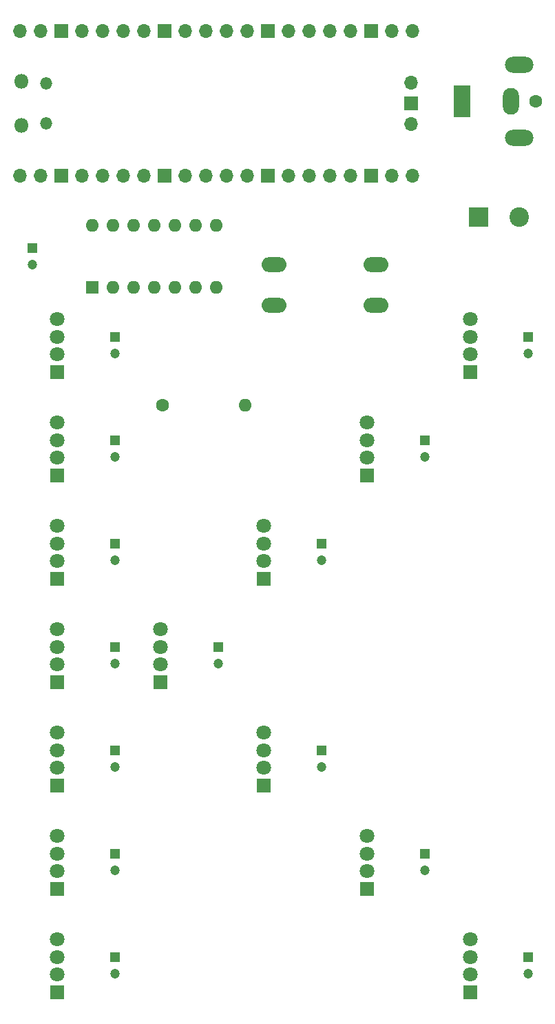
<source format=gbr>
%TF.GenerationSoftware,KiCad,Pcbnew,(5.1.9)-1*%
%TF.CreationDate,2021-02-28T12:15:39-08:00*%
%TF.ProjectId,namebadge,6e616d65-6261-4646-9765-2e6b69636164,v0.1*%
%TF.SameCoordinates,Original*%
%TF.FileFunction,Soldermask,Bot*%
%TF.FilePolarity,Negative*%
%FSLAX46Y46*%
G04 Gerber Fmt 4.6, Leading zero omitted, Abs format (unit mm)*
G04 Created by KiCad (PCBNEW (5.1.9)-1) date 2021-02-28 12:15:39*
%MOMM*%
%LPD*%
G01*
G04 APERTURE LIST*
%ADD10O,3.048000X1.850000*%
%ADD11O,1.600000X1.600000*%
%ADD12C,1.600000*%
%ADD13O,1.700000X1.700000*%
%ADD14R,1.700000X1.700000*%
%ADD15O,1.500000X1.500000*%
%ADD16O,1.800000X1.800000*%
%ADD17R,1.800000X1.800000*%
%ADD18C,1.800000*%
%ADD19C,1.200000*%
%ADD20R,1.200000X1.200000*%
%ADD21R,1.600000X1.600000*%
%ADD22O,3.500000X2.000000*%
%ADD23O,2.000000X3.300000*%
%ADD24R,2.000000X4.000000*%
%ADD25R,2.400000X2.400000*%
%ADD26C,2.400000*%
G04 APERTURE END LIST*
D10*
%TO.C,SW1*%
X69650000Y-52832000D03*
X69650000Y-57832000D03*
X57150000Y-52832000D03*
X57150000Y-57832000D03*
%TD*%
D11*
%TO.C,R1*%
X53594000Y-70104000D03*
D12*
X43434000Y-70104000D03*
%TD*%
D13*
%TO.C,U1*%
X73938000Y-30480000D03*
D14*
X73938000Y-33020000D03*
D13*
X73938000Y-35560000D03*
D15*
X29068000Y-30595000D03*
X29068000Y-35445000D03*
D16*
X26038000Y-30295000D03*
X26038000Y-35745000D03*
D13*
X25908000Y-24130000D03*
X28448000Y-24130000D03*
D14*
X30988000Y-24130000D03*
D13*
X33528000Y-24130000D03*
X36068000Y-24130000D03*
X38608000Y-24130000D03*
X41148000Y-24130000D03*
D14*
X43688000Y-24130000D03*
D13*
X46228000Y-24130000D03*
X48768000Y-24130000D03*
X51308000Y-24130000D03*
X53848000Y-24130000D03*
D14*
X56388000Y-24130000D03*
D13*
X58928000Y-24130000D03*
X61468000Y-24130000D03*
X64008000Y-24130000D03*
X66548000Y-24130000D03*
D14*
X69088000Y-24130000D03*
D13*
X71628000Y-24130000D03*
X74168000Y-24130000D03*
X74168000Y-41910000D03*
X71628000Y-41910000D03*
D14*
X69088000Y-41910000D03*
D13*
X66548000Y-41910000D03*
X64008000Y-41910000D03*
X61468000Y-41910000D03*
X58928000Y-41910000D03*
D14*
X56388000Y-41910000D03*
D13*
X53848000Y-41910000D03*
X51308000Y-41910000D03*
X48768000Y-41910000D03*
X46228000Y-41910000D03*
D14*
X43688000Y-41910000D03*
D13*
X41148000Y-41910000D03*
X38608000Y-41910000D03*
X36068000Y-41910000D03*
X33528000Y-41910000D03*
D14*
X30988000Y-41910000D03*
D13*
X28448000Y-41910000D03*
X25908000Y-41910000D03*
%TD*%
D17*
%TO.C,D10*%
X55880000Y-116840000D03*
D18*
X55880000Y-114681000D03*
X55880000Y-112522000D03*
X55880000Y-110363000D03*
%TD*%
D19*
%TO.C,C14*%
X88392000Y-139922000D03*
D20*
X88392000Y-137922000D03*
%TD*%
D19*
%TO.C,C7*%
X37592000Y-139922000D03*
D20*
X37592000Y-137922000D03*
%TD*%
D19*
%TO.C,C12*%
X75692000Y-127222000D03*
D20*
X75692000Y-125222000D03*
%TD*%
D19*
%TO.C,C6*%
X37592000Y-127222000D03*
D20*
X37592000Y-125222000D03*
%TD*%
D19*
%TO.C,C10*%
X62992000Y-114522000D03*
D20*
X62992000Y-112522000D03*
%TD*%
D19*
%TO.C,C5*%
X37592000Y-114522000D03*
D20*
X37592000Y-112522000D03*
%TD*%
D19*
%TO.C,C8*%
X50292000Y-101822000D03*
D20*
X50292000Y-99822000D03*
%TD*%
D19*
%TO.C,C4*%
X37592000Y-101822000D03*
D20*
X37592000Y-99822000D03*
%TD*%
D19*
%TO.C,C9*%
X62992000Y-89122000D03*
D20*
X62992000Y-87122000D03*
%TD*%
D19*
%TO.C,C3*%
X37592000Y-89122000D03*
D20*
X37592000Y-87122000D03*
%TD*%
D19*
%TO.C,C11*%
X75692000Y-76422000D03*
D20*
X75692000Y-74422000D03*
%TD*%
D19*
%TO.C,C2*%
X37592000Y-76422000D03*
D20*
X37592000Y-74422000D03*
%TD*%
D19*
%TO.C,C13*%
X88392000Y-63722000D03*
D20*
X88392000Y-61722000D03*
%TD*%
D17*
%TO.C,D14*%
X81280000Y-142240000D03*
D18*
X81280000Y-140081000D03*
X81280000Y-137922000D03*
X81280000Y-135763000D03*
%TD*%
D17*
%TO.C,D7*%
X30480000Y-142240000D03*
D18*
X30480000Y-140081000D03*
X30480000Y-137922000D03*
X30480000Y-135763000D03*
%TD*%
D17*
%TO.C,D12*%
X68580000Y-129540000D03*
D18*
X68580000Y-127381000D03*
X68580000Y-125222000D03*
X68580000Y-123063000D03*
%TD*%
D17*
%TO.C,D6*%
X30480000Y-129540000D03*
D18*
X30480000Y-127381000D03*
X30480000Y-125222000D03*
X30480000Y-123063000D03*
%TD*%
D17*
%TO.C,D5*%
X30480000Y-116840000D03*
D18*
X30480000Y-114681000D03*
X30480000Y-112522000D03*
X30480000Y-110363000D03*
%TD*%
D17*
%TO.C,D8*%
X43180000Y-104140000D03*
D18*
X43180000Y-101981000D03*
X43180000Y-99822000D03*
X43180000Y-97663000D03*
%TD*%
D17*
%TO.C,D4*%
X30480000Y-104140000D03*
D18*
X30480000Y-101981000D03*
X30480000Y-99822000D03*
X30480000Y-97663000D03*
%TD*%
D17*
%TO.C,D9*%
X55880000Y-91440000D03*
D18*
X55880000Y-89281000D03*
X55880000Y-87122000D03*
X55880000Y-84963000D03*
%TD*%
D17*
%TO.C,D3*%
X30480000Y-91440000D03*
D18*
X30480000Y-89281000D03*
X30480000Y-87122000D03*
X30480000Y-84963000D03*
%TD*%
D17*
%TO.C,D11*%
X68580000Y-78740000D03*
D18*
X68580000Y-76581000D03*
X68580000Y-74422000D03*
X68580000Y-72263000D03*
%TD*%
D17*
%TO.C,D2*%
X30480000Y-78740000D03*
D18*
X30480000Y-76581000D03*
X30480000Y-74422000D03*
X30480000Y-72263000D03*
%TD*%
D17*
%TO.C,D13*%
X81280000Y-66040000D03*
D18*
X81280000Y-63881000D03*
X81280000Y-61722000D03*
X81280000Y-59563000D03*
%TD*%
%TO.C,D1*%
X30480000Y-59563000D03*
X30480000Y-61722000D03*
X30480000Y-63881000D03*
D17*
X30480000Y-66040000D03*
%TD*%
D20*
%TO.C,C1*%
X37592000Y-61722000D03*
D19*
X37592000Y-63722000D03*
%TD*%
D21*
%TO.C,IC1*%
X34798000Y-55626000D03*
D11*
X50038000Y-48006000D03*
X37338000Y-55626000D03*
X47498000Y-48006000D03*
X39878000Y-55626000D03*
X44958000Y-48006000D03*
X42418000Y-55626000D03*
X42418000Y-48006000D03*
X44958000Y-55626000D03*
X39878000Y-48006000D03*
X47498000Y-55626000D03*
X37338000Y-48006000D03*
X50038000Y-55626000D03*
X34798000Y-48006000D03*
%TD*%
D12*
%TO.C,J1*%
X89264000Y-32766000D03*
D22*
X87264000Y-28266000D03*
X87264000Y-37266000D03*
D23*
X86264000Y-32766000D03*
D24*
X80264000Y-32766000D03*
%TD*%
D25*
%TO.C,C15*%
X82296000Y-46990000D03*
D26*
X87296000Y-46990000D03*
%TD*%
D20*
%TO.C,C16*%
X27432000Y-50800000D03*
D19*
X27432000Y-52800000D03*
%TD*%
M02*

</source>
